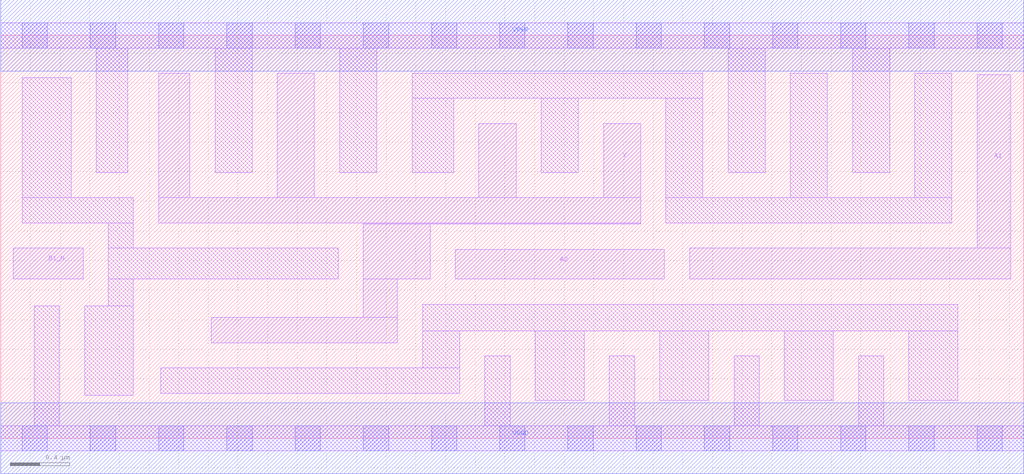
<source format=lef>
# Copyright 2020 The SkyWater PDK Authors
#
# Licensed under the Apache License, Version 2.0 (the "License");
# you may not use this file except in compliance with the License.
# You may obtain a copy of the License at
#
#     https://www.apache.org/licenses/LICENSE-2.0
#
# Unless required by applicable law or agreed to in writing, software
# distributed under the License is distributed on an "AS IS" BASIS,
# WITHOUT WARRANTIES OR CONDITIONS OF ANY KIND, either express or implied.
# See the License for the specific language governing permissions and
# limitations under the License.
#
# SPDX-License-Identifier: Apache-2.0

VERSION 5.7 ;
  NOWIREEXTENSIONATPIN ON ;
  DIVIDERCHAR "/" ;
  BUSBITCHARS "[]" ;
UNITS
  DATABASE MICRONS 200 ;
END UNITS
MACRO sky130_fd_sc_hd__o21bai_4
  CLASS CORE ;
  FOREIGN sky130_fd_sc_hd__o21bai_4 ;
  ORIGIN  0.000000  0.000000 ;
  SIZE  6.900000 BY  2.720000 ;
  SYMMETRY X Y R90 ;
  SITE unithd ;
  PIN A1
    ANTENNAGATEAREA  0.990000 ;
    DIRECTION INPUT ;
    USE SIGNAL ;
    PORT
      LAYER li1 ;
        RECT 4.645000 1.075000 6.810000 1.285000 ;
        RECT 6.585000 1.285000 6.810000 2.455000 ;
    END
  END A1
  PIN A2
    ANTENNAGATEAREA  0.990000 ;
    DIRECTION INPUT ;
    USE SIGNAL ;
    PORT
      LAYER li1 ;
        RECT 3.065000 1.075000 4.475000 1.275000 ;
    END
  END A2
  PIN B1_N
    ANTENNAGATEAREA  0.247500 ;
    DIRECTION INPUT ;
    USE SIGNAL ;
    PORT
      LAYER li1 ;
        RECT 0.085000 1.075000 0.555000 1.285000 ;
    END
  END B1_N
  PIN Y
    ANTENNADIFFAREA  1.431000 ;
    DIRECTION OUTPUT ;
    USE SIGNAL ;
    PORT
      LAYER li1 ;
        RECT 1.065000 1.455000 4.315000 1.625000 ;
        RECT 1.065000 1.625000 1.275000 2.465000 ;
        RECT 1.420000 0.645000 2.675000 0.815000 ;
        RECT 1.865000 1.625000 2.115000 2.465000 ;
        RECT 2.445000 0.815000 2.675000 1.075000 ;
        RECT 2.445000 1.075000 2.895000 1.445000 ;
        RECT 2.445000 1.445000 4.315000 1.455000 ;
        RECT 3.225000 1.625000 3.475000 2.125000 ;
        RECT 4.065000 1.625000 4.315000 2.125000 ;
    END
  END Y
  PIN VGND
    DIRECTION INOUT ;
    SHAPE ABUTMENT ;
    USE GROUND ;
    PORT
      LAYER met1 ;
        RECT 0.000000 -0.240000 6.900000 0.240000 ;
    END
  END VGND
  PIN VPWR
    DIRECTION INOUT ;
    SHAPE ABUTMENT ;
    USE POWER ;
    PORT
      LAYER met1 ;
        RECT 0.000000 2.480000 6.900000 2.960000 ;
    END
  END VPWR
  OBS
    LAYER li1 ;
      RECT 0.000000 -0.085000 6.900000 0.085000 ;
      RECT 0.000000  2.635000 6.900000 2.805000 ;
      RECT 0.145000  1.455000 0.895000 1.625000 ;
      RECT 0.145000  1.625000 0.475000 2.435000 ;
      RECT 0.225000  0.085000 0.395000 0.895000 ;
      RECT 0.565000  0.290000 0.895000 0.895000 ;
      RECT 0.645000  1.795000 0.855000 2.635000 ;
      RECT 0.725000  0.895000 0.895000 1.075000 ;
      RECT 0.725000  1.075000 2.275000 1.285000 ;
      RECT 0.725000  1.285000 0.895000 1.455000 ;
      RECT 1.080000  0.305000 3.095000 0.475000 ;
      RECT 1.445000  1.795000 1.695000 2.635000 ;
      RECT 2.285000  1.795000 2.535000 2.635000 ;
      RECT 2.775000  1.795000 3.055000 2.295000 ;
      RECT 2.775000  2.295000 4.735000 2.465000 ;
      RECT 2.845000  0.475000 3.095000 0.725000 ;
      RECT 2.845000  0.725000 6.455000 0.905000 ;
      RECT 3.265000  0.085000 3.435000 0.555000 ;
      RECT 3.605000  0.255000 3.935000 0.725000 ;
      RECT 3.645000  1.795000 3.895000 2.295000 ;
      RECT 4.105000  0.085000 4.275000 0.555000 ;
      RECT 4.445000  0.255000 4.775000 0.725000 ;
      RECT 4.485000  1.455000 6.415000 1.625000 ;
      RECT 4.485000  1.625000 4.735000 2.295000 ;
      RECT 4.905000  1.795000 5.155000 2.635000 ;
      RECT 4.945000  0.085000 5.115000 0.555000 ;
      RECT 5.285000  0.255000 5.615000 0.725000 ;
      RECT 5.325000  1.625000 5.575000 2.465000 ;
      RECT 5.745000  1.795000 5.995000 2.635000 ;
      RECT 5.785000  0.085000 5.955000 0.555000 ;
      RECT 6.125000  0.255000 6.455000 0.725000 ;
      RECT 6.165000  1.625000 6.415000 2.465000 ;
    LAYER mcon ;
      RECT 0.145000 -0.085000 0.315000 0.085000 ;
      RECT 0.145000  2.635000 0.315000 2.805000 ;
      RECT 0.605000 -0.085000 0.775000 0.085000 ;
      RECT 0.605000  2.635000 0.775000 2.805000 ;
      RECT 1.065000 -0.085000 1.235000 0.085000 ;
      RECT 1.065000  2.635000 1.235000 2.805000 ;
      RECT 1.525000 -0.085000 1.695000 0.085000 ;
      RECT 1.525000  2.635000 1.695000 2.805000 ;
      RECT 1.985000 -0.085000 2.155000 0.085000 ;
      RECT 1.985000  2.635000 2.155000 2.805000 ;
      RECT 2.445000 -0.085000 2.615000 0.085000 ;
      RECT 2.445000  2.635000 2.615000 2.805000 ;
      RECT 2.905000 -0.085000 3.075000 0.085000 ;
      RECT 2.905000  2.635000 3.075000 2.805000 ;
      RECT 3.365000 -0.085000 3.535000 0.085000 ;
      RECT 3.365000  2.635000 3.535000 2.805000 ;
      RECT 3.825000 -0.085000 3.995000 0.085000 ;
      RECT 3.825000  2.635000 3.995000 2.805000 ;
      RECT 4.285000 -0.085000 4.455000 0.085000 ;
      RECT 4.285000  2.635000 4.455000 2.805000 ;
      RECT 4.745000 -0.085000 4.915000 0.085000 ;
      RECT 4.745000  2.635000 4.915000 2.805000 ;
      RECT 5.205000 -0.085000 5.375000 0.085000 ;
      RECT 5.205000  2.635000 5.375000 2.805000 ;
      RECT 5.665000 -0.085000 5.835000 0.085000 ;
      RECT 5.665000  2.635000 5.835000 2.805000 ;
      RECT 6.125000 -0.085000 6.295000 0.085000 ;
      RECT 6.125000  2.635000 6.295000 2.805000 ;
      RECT 6.585000 -0.085000 6.755000 0.085000 ;
      RECT 6.585000  2.635000 6.755000 2.805000 ;
  END
END sky130_fd_sc_hd__o21bai_4
END LIBRARY

</source>
